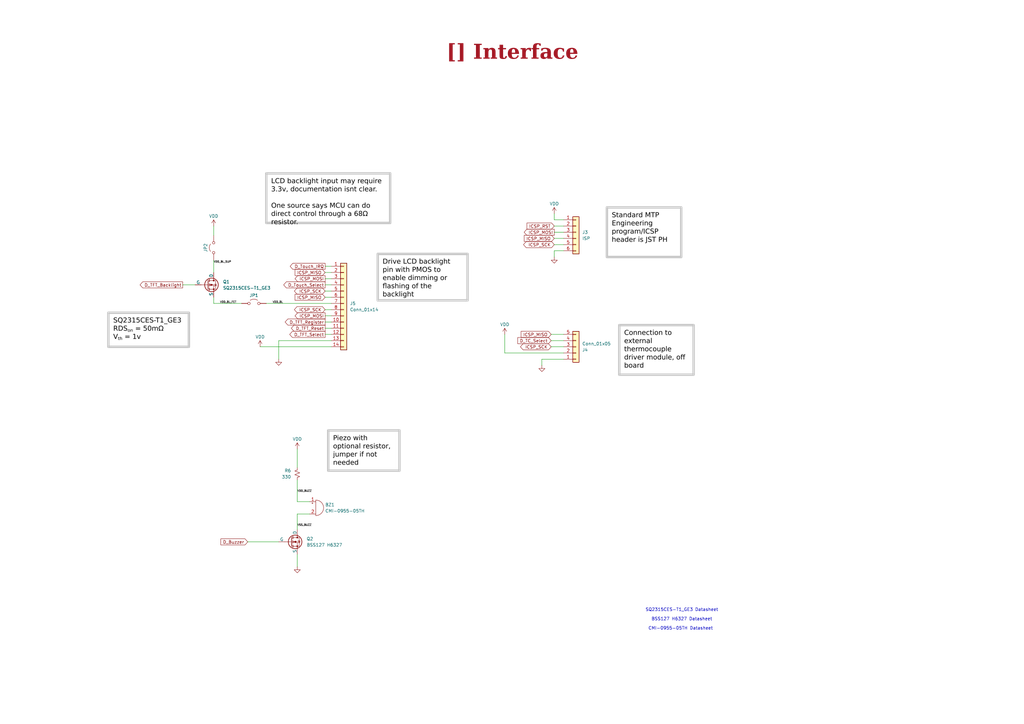
<source format=kicad_sch>
(kicad_sch (version 20250114) (generator "eeschema") (generator_version "9.0")
  (paper "A3")
  (title_block (title "Interface") (date "2025-08-28") (rev "${REVISION}") (company "${COMPANY}"))
  (lib_symbols
    (symbol "Connector_Generic:Conn_01x05" (pin_names (offset 1.016) (hide yes))
      (property "Reference" "J" (at 0 7.62 0))
      (property "Value" "Conn_01x05" (at 0 -7.62 0))
      (symbol "Conn_01x05_1_1"
        (rectangle (start -1.27 6.35) (end 1.27 -6.35) (stroke (width 0.254)) (fill (type background)))
        (rectangle (start -1.27 5.207) (end 0 4.953) (stroke (width 0.1524)))
        (rectangle (start -1.27 2.667) (end 0 2.413) (stroke (width 0.1524)))
        (rectangle (start -1.27 0.127) (end 0 -0.127) (stroke (width 0.1524)))
        (rectangle (start -1.27 -2.413) (end 0 -2.667) (stroke (width 0.1524)))
        (rectangle (start -1.27 -4.953) (end 0 -5.207) (stroke (width 0.1524)))
        (pin passive line (at -5.08 5.08 0) (length 3.81) (name "Pin_1") (number "1"))
        (pin passive line (at -5.08 2.54 0) (length 3.81) (name "Pin_2") (number "2"))
        (pin passive line (at -5.08 0 0) (length 3.81) (name "Pin_3") (number "3"))
        (pin passive line (at -5.08 -2.54 0) (length 3.81) (name "Pin_4") (number "4"))
        (pin passive line (at -5.08 -5.08 0) (length 3.81) (name "Pin_5") (number "5"))
      )
    )
    (symbol "Connector_Generic:Conn_01x06" (pin_names (offset 1.016) (hide yes))
      (property "Reference" "J" (at 0 7.62 0))
      (property "Value" "Conn_01x06" (at 0 -10.16 0))
      (symbol "Conn_01x06_1_1"
        (rectangle (start -1.27 6.35) (end 1.27 -8.89) (stroke (width 0.254)) (fill (type background)))
        (rectangle (start -1.27 5.207) (end 0 4.953) (stroke (width 0.1524)))
        (rectangle (start -1.27 2.667) (end 0 2.413) (stroke (width 0.1524)))
        (rectangle (start -1.27 0.127) (end 0 -0.127) (stroke (width 0.1524)))
        (rectangle (start -1.27 -2.413) (end 0 -2.667) (stroke (width 0.1524)))
        (rectangle (start -1.27 -4.953) (end 0 -5.207) (stroke (width 0.1524)))
        (rectangle (start -1.27 -7.493) (end 0 -7.747) (stroke (width 0.1524)))
        (pin passive line (at -5.08 5.08 0) (length 3.81) (name "Pin_1") (number "1"))
        (pin passive line (at -5.08 2.54 0) (length 3.81) (name "Pin_2") (number "2"))
        (pin passive line (at -5.08 0 0) (length 3.81) (name "Pin_3") (number "3"))
        (pin passive line (at -5.08 -2.54 0) (length 3.81) (name "Pin_4") (number "4"))
        (pin passive line (at -5.08 -5.08 0) (length 3.81) (name "Pin_5") (number "5"))
        (pin passive line (at -5.08 -7.62 0) (length 3.81) (name "Pin_6") (number "6"))
      )
    )
    (symbol "Connector_Generic:Conn_01x14" (pin_names (offset 1.016) (hide yes))
      (property "Reference" "J" (at 0 17.78 0))
      (property "Value" "Conn_01x14" (at 0 -20.32 0))
      (symbol "Conn_01x14_1_1"
        (rectangle (start -1.27 16.51) (end 1.27 -19.05) (stroke (width 0.254)) (fill (type background)))
        (rectangle (start -1.27 15.367) (end 0 15.113) (stroke (width 0.1524)))
        (rectangle (start -1.27 12.827) (end 0 12.573) (stroke (width 0.1524)))
        (rectangle (start -1.27 10.287) (end 0 10.033) (stroke (width 0.1524)))
        (rectangle (start -1.27 7.747) (end 0 7.493) (stroke (width 0.1524)))
        (rectangle (start -1.27 5.207) (end 0 4.953) (stroke (width 0.1524)))
        (rectangle (start -1.27 2.667) (end 0 2.413) (stroke (width 0.1524)))
        (rectangle (start -1.27 0.127) (end 0 -0.127) (stroke (width 0.1524)))
        (rectangle (start -1.27 -2.413) (end 0 -2.667) (stroke (width 0.1524)))
        (rectangle (start -1.27 -4.953) (end 0 -5.207) (stroke (width 0.1524)))
        (rectangle (start -1.27 -7.493) (end 0 -7.747) (stroke (width 0.1524)))
        (rectangle (start -1.27 -10.033) (end 0 -10.287) (stroke (width 0.1524)))
        (rectangle (start -1.27 -12.573) (end 0 -12.827) (stroke (width 0.1524)))
        (rectangle (start -1.27 -15.113) (end 0 -15.367) (stroke (width 0.1524)))
        (rectangle (start -1.27 -17.653) (end 0 -17.907) (stroke (width 0.1524)))
        (pin passive line (at -5.08 15.24 0) (length 3.81) (name "Pin_1") (number "1"))
        (pin passive line (at -5.08 12.7 0) (length 3.81) (name "Pin_2") (number "2"))
        (pin passive line (at -5.08 10.16 0) (length 3.81) (name "Pin_3") (number "3"))
        (pin passive line (at -5.08 7.62 0) (length 3.81) (name "Pin_4") (number "4"))
        (pin passive line (at -5.08 5.08 0) (length 3.81) (name "Pin_5") (number "5"))
        (pin passive line (at -5.08 2.54 0) (length 3.81) (name "Pin_6") (number "6"))
        (pin passive line (at -5.08 0 0) (length 3.81) (name "Pin_7") (number "7"))
        (pin passive line (at -5.08 -2.54 0) (length 3.81) (name "Pin_8") (number "8"))
        (pin passive line (at -5.08 -5.08 0) (length 3.81) (name "Pin_9") (number "9"))
        (pin passive line (at -5.08 -7.62 0) (length 3.81) (name "Pin_10") (number "10"))
        (pin passive line (at -5.08 -10.16 0) (length 3.81) (name "Pin_11") (number "11"))
        (pin passive line (at -5.08 -12.7 0) (length 3.81) (name "Pin_12") (number "12"))
        (pin passive line (at -5.08 -15.24 0) (length 3.81) (name "Pin_13") (number "13"))
        (pin passive line (at -5.08 -17.78 0) (length 3.81) (name "Pin_14") (number "14"))
      )
    )
    (symbol "Device:Buzzer" (pin_names (offset 0.0254) (hide yes))
      (property "Reference" "BZ" (at 3.81 1.27 0))
      (property "Value" "Buzzer" (at 3.81 -1.27 0))
      (symbol "Buzzer_0_1"
        (polyline (pts (xy -1.651 1.905) (xy -1.143 1.905)))
        (polyline (pts (xy -1.397 2.159) (xy -1.397 1.651)))
        (arc (start 0 3.175) (mid 3.1612 0) (end 0 -3.175))
        (polyline (pts (xy 0 3.175) (xy 0 -3.175)))
      )
      (symbol "Buzzer_1_1"
        (pin passive line (at -2.54 2.54 0) (length 2.54) (name "+") (number "1"))
        (pin passive line (at -2.54 -2.54 0) (length 2.54) (name "-") (number "2"))
      )
    )
    (symbol "Device:R_Small_US" (pin_numbers (hide yes)) (pin_names (offset 0.254) (hide yes))
      (property "Reference" "R" (at 0.762 0.508 0))
      (property "Value" "R_Small_US" (at 0.762 -1.016 0))
      (symbol "R_Small_US_1_1"
        (polyline (pts (xy 0 1.524) (xy 1.016 1.143) (xy 0 0.762) (xy -1.016 0.381) (xy 0 0)))
        (polyline (pts (xy 0 0) (xy 1.016 -0.381) (xy 0 -0.762) (xy -1.016 -1.143) (xy 0 -1.524)))
        (pin passive line (at 0 2.54 270) (length 1.016) (name "~") (number "1"))
        (pin passive line (at 0 -2.54 90) (length 1.016) (name "~") (number "2"))
      )
    )
    (symbol "Jumper:Jumper_2_Open" (pin_numbers (hide yes)) (pin_names (offset 0) (hide yes))
      (property "Reference" "JP" (at 0 2.794 0))
      (property "Value" "Jumper_2_Open" (at 0 -2.286 0))
      (symbol "Jumper_2_Open_0_0"
        (circle (center -2.032 0) (radius 0.508))
        (circle (center 2.032 0) (radius 0.508))
      )
      (symbol "Jumper_2_Open_0_1"
        (arc (start -1.524 1.27) (mid 0 1.778) (end 1.524 1.27))
      )
      (symbol "Jumper_2_Open_1_1"
        (pin passive line (at -5.08 0 0) (length 2.54) (name "A") (number "1"))
        (pin passive line (at 5.08 0 180) (length 2.54) (name "B") (number "2"))
      )
    )
    (symbol "Simulation_SPICE:NMOS" (pin_numbers (hide yes)) (pin_names (offset 0))
      (property "Reference" "Q" (at 5.08 1.27 0))
      (property "Value" "NMOS" (at 5.08 -1.27 0))
      (symbol "NMOS_0_1"
        (polyline (pts (xy 0.254 1.905) (xy 0.254 -1.905)) (stroke (width 0.254)))
        (polyline (pts (xy 0.254 0) (xy -2.54 0)))
        (polyline (pts (xy 0.762 2.286) (xy 0.762 1.27)) (stroke (width 0.254)))
        (polyline (pts (xy 0.762 0.508) (xy 0.762 -0.508)) (stroke (width 0.254)))
        (polyline (pts (xy 0.762 -1.27) (xy 0.762 -2.286)) (stroke (width 0.254)))
        (polyline (pts (xy 0.762 -1.778) (xy 3.302 -1.778) (xy 3.302 1.778) (xy 0.762 1.778)))
        (polyline (pts (xy 1.016 0) (xy 2.032 0.381) (xy 2.032 -0.381) (xy 1.016 0)) (fill (type outline)))
        (circle (center 1.651 0) (radius 2.794) (stroke (width 0.254)))
        (polyline (pts (xy 2.54 2.54) (xy 2.54 1.778)))
        (circle (center 2.54 1.778) (radius 0.254) (fill (type outline)))
        (circle (center 2.54 -1.778) (radius 0.254) (fill (type outline)))
        (polyline (pts (xy 2.54 -2.54) (xy 2.54 0) (xy 0.762 0)))
        (polyline (pts (xy 2.794 0.508) (xy 2.921 0.381) (xy 3.683 0.381) (xy 3.81 0.254)))
        (polyline (pts (xy 3.302 0.381) (xy 2.921 -0.254) (xy 3.683 -0.254) (xy 3.302 0.381)))
      )
      (symbol "NMOS_1_1"
        (pin input line (at -5.08 0 0) (length 2.54) (name "G") (number "2"))
        (pin passive line (at 2.54 5.08 270) (length 2.54) (name "D") (number "1"))
        (pin passive line (at 2.54 -5.08 90) (length 2.54) (name "S") (number "3"))
      )
    )
    (symbol "Simulation_SPICE:PMOS" (pin_numbers (hide yes)) (pin_names (offset 0))
      (property "Reference" "Q" (at 5.08 1.27 0))
      (property "Value" "PMOS" (at 5.08 -1.27 0))
      (symbol "PMOS_0_1"
        (polyline (pts (xy 0.254 1.905) (xy 0.254 -1.905)) (stroke (width 0.254)))
        (polyline (pts (xy 0.254 0) (xy -2.54 0)))
        (polyline (pts (xy 0.762 2.286) (xy 0.762 1.27)) (stroke (width 0.254)))
        (polyline (pts (xy 0.762 1.778) (xy 3.302 1.778) (xy 3.302 -1.778) (xy 0.762 -1.778)))
        (polyline (pts (xy 0.762 0.508) (xy 0.762 -0.508)) (stroke (width 0.254)))
        (polyline (pts (xy 0.762 -1.27) (xy 0.762 -2.286)) (stroke (width 0.254)))
        (circle (center 1.651 0) (radius 2.794) (stroke (width 0.254)))
        (polyline (pts (xy 2.286 0) (xy 1.27 0.381) (xy 1.27 -0.381) (xy 2.286 0)) (fill (type outline)))
        (polyline (pts (xy 2.54 2.54) (xy 2.54 1.778)))
        (circle (center 2.54 1.778) (radius 0.254) (fill (type outline)))
        (circle (center 2.54 -1.778) (radius 0.254) (fill (type outline)))
        (polyline (pts (xy 2.54 -2.54) (xy 2.54 0) (xy 0.762 0)))
        (polyline (pts (xy 2.794 -0.508) (xy 2.921 -0.381) (xy 3.683 -0.381) (xy 3.81 -0.254)))
        (polyline (pts (xy 3.302 -0.381) (xy 2.921 0.254) (xy 3.683 0.254) (xy 3.302 -0.381)))
      )
      (symbol "PMOS_1_1"
        (pin input line (at -5.08 0 0) (length 2.54) (name "G") (number "2"))
        (pin passive line (at 2.54 5.08 270) (length 2.54) (name "D") (number "1"))
        (pin passive line (at 2.54 -5.08 90) (length 2.54) (name "S") (number "3"))
      )
    )
    (symbol "power:GND" (power) (pin_numbers (hide yes)) (pin_names (offset 0) (hide yes))
      (property "Value" "GND" (at 0 -3.81 0))
      (symbol "GND_0_1"
        (polyline (pts (xy 0 0) (xy 0 -1.27) (xy 1.27 -1.27) (xy 0 -2.54) (xy -1.27 -1.27) (xy 0 -1.27)))
      )
      (symbol "GND_1_1"
        (pin power_in line (at 0 0 270) (length 0) (name "~") (number "1"))
      )
    )
    (symbol "power:VDD" (power) (pin_numbers (hide yes)) (pin_names (offset 0) (hide yes))
      (property "Value" "VDD" (at 0 3.556 0))
      (symbol "VDD_0_1"
        (polyline (pts (xy -0.762 1.27) (xy 0 2.54)))
        (polyline (pts (xy 0 2.54) (xy 0.762 1.27)))
        (polyline (pts (xy 0 0) (xy 0 2.54)))
      )
      (symbol "VDD_1_1"
        (pin power_in line (at 0 0 90) (length 0) (name "~") (number "1"))
      )
    )
  )
  (text "CMI-0955-05TH Datasheet" (at 279.146 257.81 0) (effects (font (size 1.27 1.27))))
  (text "SQ2315CES-T1_GE3 Datasheet" (at 279.654 250.19 0) (effects (font (size 1.27 1.27))))
  (text "BSS127 H6327 Datasheet" (at 279.654 254 0) (effects (font (size 1.27 1.27))))
  (text_box "SQ2315CES-T1_GE3\nRDS_{on} = 50mΩ\nV_{th} = 1v\n" (at 44.45 128.27 0) (size 33.02 13.97) (margins 2 2 2 2) (stroke (width 1) (color 200 200 200 1)) (effects (font (size 2 2)) (justify left top)))
  (text_box "Drive LCD backlight pin with PMOS to enable dimming or flashing of the backlight" (at 154.94 104.14 0) (size 36.83 19.05) (margins 2 2 2 2) (stroke (width 1) (color 200 200 200 1)) (effects (font (size 2 2)) (justify left top)))
  (text_box "LCD backlight input may require 3.3v, documentation isnt clear.\n\nOne source says MCU can do direct control through a 68Ω resistor." (at 109.22 71.12 0) (size 50.8 20.32) (margins 2 2 2 2) (stroke (width 1) (color 200 200 200 1)) (effects (font (size 2 2)) (justify left top)))
  (text_box "[${#}] ${TITLE}" (at 10.16 15.24 0) (size 400.05 12.7) (margins 5.9999 5.9999 5.9999 5.9999) (stroke (width -0.0001)) (effects (font (size 6 6) (thickness 1.2) (bold yes))))
  (text_box "Standard MTP Engineering program/ICSP header is JST PH" (at 248.92 85.09 0) (size 30.48 20.32) (margins 2 2 2 2) (stroke (width 1) (color 200 200 200 1)) (effects (font (size 2 2)) (justify left top)))
  (text_box "Piezo with optional resistor, jumper if not needed" (at 134.62 176.53 0) (size 29.21 16.51) (margins 2 2 2 2) (stroke (width 1) (color 200 200 200 1)) (effects (font (size 2 2)) (justify left top)))
  (text_box "Connection to external thermocouple driver module, off board" (at 254 133.35 0) (size 30.48 20.32) (margins 2 2 2 2) (stroke (width 1) (color 200 200 200 1)) (effects (font (size 2 2)) (justify left top)))
  (wire (pts (xy 109.22 124.46) (xy 135.89 124.46)))
  (wire (pts (xy 135.89 121.92) (xy 133.35 121.92)))
  (wire (pts (xy 231.14 147.32) (xy 222.25 147.32)))
  (wire (pts (xy 227.33 102.87) (xy 227.33 105.41)))
  (wire (pts (xy 135.89 116.84) (xy 133.35 116.84)))
  (wire (pts (xy 121.92 184.15) (xy 121.92 191.77)))
  (wire (pts (xy 87.63 92.71) (xy 87.63 96.52)))
  (wire (pts (xy 135.89 119.38) (xy 133.35 119.38)))
  (wire (pts (xy 227.33 90.17) (xy 231.14 90.17)))
  (wire (pts (xy 227.33 87.63) (xy 227.33 90.17)))
  (wire (pts (xy 231.14 142.24) (xy 226.06 142.24)))
  (wire (pts (xy 207.01 144.78) (xy 231.14 144.78)))
  (wire (pts (xy 114.3 139.7) (xy 114.3 147.32)))
  (wire (pts (xy 227.33 100.33) (xy 231.14 100.33)))
  (wire (pts (xy 135.89 111.76) (xy 133.35 111.76)))
  (wire (pts (xy 121.92 217.17) (xy 121.92 210.82)))
  (wire (pts (xy 227.33 95.25) (xy 231.14 95.25)))
  (wire (pts (xy 135.89 114.3) (xy 133.35 114.3)))
  (wire (pts (xy 135.89 129.54) (xy 133.35 129.54)))
  (wire (pts (xy 121.92 196.85) (xy 121.92 205.74)))
  (wire (pts (xy 106.68 142.24) (xy 135.89 142.24)))
  (wire (pts (xy 135.89 134.62) (xy 133.35 134.62)))
  (wire (pts (xy 74.93 116.84) (xy 80.01 116.84)))
  (wire (pts (xy 222.25 147.32) (xy 222.25 149.86)))
  (wire (pts (xy 87.63 124.46) (xy 99.06 124.46)))
  (wire (pts (xy 227.33 92.71) (xy 231.14 92.71)))
  (wire (pts (xy 135.89 137.16) (xy 133.35 137.16)))
  (wire (pts (xy 135.89 109.22) (xy 133.35 109.22)))
  (wire (pts (xy 121.92 205.74) (xy 127 205.74)))
  (wire (pts (xy 121.92 227.33) (xy 121.92 232.41)))
  (wire (pts (xy 227.33 97.79) (xy 231.14 97.79)))
  (wire (pts (xy 231.14 102.87) (xy 227.33 102.87)))
  (wire (pts (xy 101.6 222.25) (xy 114.3 222.25)))
  (wire (pts (xy 87.63 106.68) (xy 87.63 111.76)))
  (wire (pts (xy 231.14 139.7) (xy 226.06 139.7)))
  (wire (pts (xy 135.89 132.08) (xy 133.35 132.08)))
  (wire (pts (xy 135.89 139.7) (xy 114.3 139.7)))
  (wire (pts (xy 87.63 121.92) (xy 87.63 124.46)))
  (wire (pts (xy 207.01 137.16) (xy 207.01 144.78)))
  (wire (pts (xy 231.14 137.16) (xy 226.06 137.16)))
  (wire (pts (xy 121.92 210.82) (xy 127 210.82)))
  (wire (pts (xy 135.89 127) (xy 133.35 127)))
  (label "VDD_BL" (at 111.76 124.46 0) (effects (font (size 0.762 0.762))))
  (label "VDD_BL_SUP" (at 87.63 107.95 0) (effects (font (size 0.762 0.762))))
  (label "VDD_BL_FET" (at 90.17 124.46 0) (effects (font (size 0.762 0.762))))
  (label "VSS_BUZZ" (at 121.92 215.9 0) (effects (font (size 0.762 0.762))))
  (label "VDD_BUZZ" (at 121.92 201.93 0) (effects (font (size 0.762 0.762))))
  (global_label "ICSP_MISO" (shape input) (at 133.35 121.92 180) (property "Intersheetrefs" "${INTERSHEET_REFS}" (effects (hide yes))))
  (global_label "ICSP_MOSI" (shape output) (at 133.35 129.54 180) (property "Intersheetrefs" "${INTERSHEET_REFS}" (effects (hide yes))))
  (global_label "ICSP_MOSI" (shape output) (at 227.33 95.25 180) (property "Intersheetrefs" "${INTERSHEET_REFS}" (effects (hide yes))))
  (global_label "ICSP_SCK" (shape bidirectional) (at 226.06 142.24 180) (property "Intersheetrefs" "${INTERSHEET_REFS}" (effects (hide yes))))
  (global_label "D_TC_Select" (shape input) (at 226.06 139.7 180) (property "Intersheetrefs" "${INTERSHEET_REFS}" (effects (hide yes))))
  (global_label "ICSP_RST" (shape input) (at 227.33 92.71 180) (property "Intersheetrefs" "${INTERSHEET_REFS}" (effects (hide yes))))
  (global_label "ICSP_SCK" (shape bidirectional) (at 227.33 100.33 180) (property "Intersheetrefs" "${INTERSHEET_REFS}" (effects (hide yes))))
  (global_label "D_Touch_Select" (shape output) (at 133.35 116.84 180) (property "Intersheetrefs" "${INTERSHEET_REFS}" (effects (hide yes))))
  (global_label "D_TFT_Backlight" (shape output) (at 74.93 116.84 180) (property "Intersheetrefs" "${INTERSHEET_REFS}" (effects (hide yes))))
  (global_label "D_Touch_IRQ" (shape output) (at 133.35 109.22 180) (property "Intersheetrefs" "${INTERSHEET_REFS}" (effects (hide yes))))
  (global_label "ICSP_MISO" (shape input) (at 133.35 111.76 180) (property "Intersheetrefs" "${INTERSHEET_REFS}" (effects (hide yes))))
  (global_label "D_TFT_Register" (shape output) (at 133.35 132.08 180) (property "Intersheetrefs" "${INTERSHEET_REFS}" (effects (hide yes))))
  (global_label "ICSP_SCK" (shape bidirectional) (at 133.35 127 180) (property "Intersheetrefs" "${INTERSHEET_REFS}" (effects (hide yes))))
  (global_label "D_Buzzer" (shape input) (at 101.6 222.25 180) (property "Intersheetrefs" "${INTERSHEET_REFS}" (effects (hide yes))))
  (global_label "ICSP_MISO" (shape input) (at 226.06 137.16 180) (property "Intersheetrefs" "${INTERSHEET_REFS}" (effects (hide yes))))
  (global_label "ICSP_MISO" (shape input) (at 227.33 97.79 180) (property "Intersheetrefs" "${INTERSHEET_REFS}" (effects (hide yes))))
  (global_label "ICSP_SCK" (shape bidirectional) (at 133.35 119.38 180) (property "Intersheetrefs" "${INTERSHEET_REFS}" (effects (hide yes))))
  (global_label "D_TFT_Reset" (shape output) (at 133.35 134.62 180) (property "Intersheetrefs" "${INTERSHEET_REFS}" (effects (hide yes))))
  (global_label "ICSP_MOSI" (shape output) (at 133.35 114.3 180) (property "Intersheetrefs" "${INTERSHEET_REFS}" (effects (hide yes))))
  (global_label "D_TFT_Select" (shape output) (at 133.35 137.16 180) (property "Intersheetrefs" "${INTERSHEET_REFS}" (effects (hide yes))))
  (symbol (lib_id "power:GND") (at 114.3 147.32 0) (unit 1)
    (property "Reference" "#PWR021" (effects (hide yes)))
    (property "Value" "GND" (effects (hide yes)))
    (property "Description" "Power symbol creates a global label with name \"GND\" , ground" (effects (hide yes)))
  )
  (symbol (lib_id "Connector_Generic:Conn_01x14") (at 140.97 124.46 0) (unit 1)
    (property "Reference" "J5" (at 143.51 124.4599 0) (effects (justify left)))
    (property "Value" "Conn_01x14" (at 143.51 126.9999 0) (effects (justify left)))
    (property "Footprint" "Connector_PinSocket_2.54mm:PinSocket_1x14_P2.54mm_Vertical" (effects (hide yes)))
    (property "Description" "Generic connector, single row, 01x14, script generated (kicad-library-utils/schlib/autogen/connector/)" (effects (hide yes)))
  )
  (symbol (lib_id "Connector_Generic:Conn_01x06") (at 236.22 95.25 0) (unit 1)
    (property "Reference" "J3" (at 238.76 95.25 0) (effects (justify left)))
    (property "Value" "ISP" (at 238.76 97.79 0) (effects (justify left)))
    (property "Footprint" "Connector_JST:JST_PH_B6B-PH-K_1x06_P2.00mm_Vertical" (effects (hide yes)))
    (property "Description" "Generic connector, single row, 01x06, script generated (kicad-library-utils/schlib/autogen/connector/)" (effects (hide yes)))
  )
  (symbol (lib_id "Simulation_SPICE:PMOS") (at 85.09 116.84 0) (unit 1)
    (property "Reference" "Q1" (at 91.44 115.5699 0) (effects (justify left)))
    (property "Value" "SQ2315CES-T1_GE3" (at 91.44 118.1099 0) (effects (justify left)))
    (property "Footprint" "Package_TO_SOT_SMD:SOT-23_Handsoldering" (effects (hide yes)))
    (property "Datasheet" "https://ngspice.sourceforge.io/docs/ngspice-html-manual/manual.xhtml#cha_MOSFETs" (effects (hide yes)))
    (property "Description" "P-MOSFET transistor, drain/source/gate" (effects (hide yes)))
    (property "Sim.Device" "PMOS" (effects (hide yes)))
    (property "Sim.Type" "VDMOS" (effects (hide yes)))
    (property "Sim.Pins" "1=D 2=G 3=S" (effects (hide yes)))
  )
  (symbol (lib_id "power:VDD") (at 227.33 87.63 0) (unit 1)
    (property "Reference" "#PWR013" (effects (hide yes)))
    (property "Value" "VDD" (at 227.33 83.566 0))
    (property "Description" "Power symbol creates a global label with name \"VDD\"" (effects (hide yes)))
  )
  (symbol (lib_id "power:VDD") (at 121.92 184.15 0) (unit 1)
    (property "Reference" "#PWR025" (effects (hide yes)))
    (property "Value" "VDD" (at 121.92 180.086 0))
    (property "Description" "Power symbol creates a global label with name \"VDD\"" (effects (hide yes)))
  )
  (symbol (lib_id "Simulation_SPICE:NMOS") (at 119.38 222.25 0) (unit 1)
    (property "Reference" "Q2" (at 125.73 220.9799 0) (effects (justify left)))
    (property "Value" "BSS127 H6327" (at 125.73 223.5199 0) (effects (justify left)))
    (property "Footprint" "Package_TO_SOT_SMD:SOT-23_Handsoldering" (effects (hide yes)))
    (property "Datasheet" "https://ngspice.sourceforge.io/docs/ngspice-html-manual/manual.xhtml#cha_MOSFETs" (effects (hide yes)))
    (property "Description" "N-MOSFET transistor, drain/source/gate" (effects (hide yes)))
    (property "Sim.Device" "NMOS" (effects (hide yes)))
    (property "Sim.Type" "VDMOS" (effects (hide yes)))
    (property "Sim.Pins" "1=D 2=G 3=S" (effects (hide yes)))
  )
  (symbol (lib_id "power:GND") (at 121.92 232.41 0) (unit 1)
    (property "Reference" "#PWR024" (effects (hide yes)))
    (property "Value" "GND" (effects (hide yes)))
    (property "Description" "Power symbol creates a global label with name \"GND\" , ground" (effects (hide yes)))
  )
  (symbol (lib_id "power:VDD") (at 106.68 142.24 0) (unit 1)
    (property "Reference" "#PWR020" (effects (hide yes)))
    (property "Value" "VDD" (at 106.68 138.176 0))
    (property "Description" "Power symbol creates a global label with name \"VDD\"" (effects (hide yes)))
  )
  (symbol (lib_id "power:VDD") (at 207.01 137.16 0) (unit 1)
    (property "Reference" "#PWR017" (effects (hide yes)))
    (property "Value" "VDD" (at 207.01 133.096 0))
    (property "Description" "Power symbol creates a global label with name \"VDD\"" (effects (hide yes)))
  )
  (symbol (lib_id "Jumper:Jumper_2_Open") (at 104.14 124.46 0) (unit 1)
    (property "Reference" "JP1" (at 104.14 121.158 0))
    (property "Value" "Jumper_2_Open" (effects (hide yes)))
    (property "Footprint" "Jumper:SolderJumper-2_P1.3mm_Open_RoundedPad1.0x1.5mm" (effects (hide yes)))
    (property "Description" "Jumper, 2-pole, open" (effects (hide yes)))
  )
  (symbol (lib_id "power:GND") (at 227.33 105.41 0) (unit 1)
    (property "Reference" "#PWR014" (effects (hide yes)))
    (property "Value" "GND" (effects (hide yes)))
    (property "Description" "Power symbol creates a global label with name \"GND\" , ground" (effects (hide yes)))
  )
  (symbol (lib_id "power:VDD") (at 87.63 92.71 0) (unit 1)
    (property "Reference" "#PWR023" (effects (hide yes)))
    (property "Value" "VDD" (at 87.63 88.646 0))
    (property "Description" "Power symbol creates a global label with name \"VDD\"" (effects (hide yes)))
  )
  (symbol (lib_id "Device:R_Small_US") (at 121.92 194.31 0) (mirror x) (unit 1)
    (property "Reference" "R6" (at 119.38 193.0399 0) (effects (justify right)))
    (property "Value" "330" (at 119.38 195.5799 0) (effects (justify right)))
    (property "Footprint" "Resistor_SMD:R_0402_1005Metric" (effects (hide yes)))
    (property "Description" "Resistor, small US symbol" (effects (hide yes)))
  )
  (symbol (lib_id "Device:Buzzer") (at 129.54 208.28 0) (unit 1)
    (property "Reference" "BZ1" (at 133.35 207.0099 0) (effects (justify left)))
    (property "Value" "CMI-0955-05TH" (at 133.35 209.5499 0) (effects (justify left)))
    (property "Footprint" "Buzzer_Beeper:MagneticBuzzer_PUI_AT-0927-TT-6-R" (effects (hide yes)))
    (property "Description" "Buzzer, polarized" (effects (hide yes)))
  )
  (symbol (lib_id "Connector_Generic:Conn_01x05") (at 236.22 142.24 0) (mirror x) (unit 1)
    (property "Reference" "J4" (at 238.76 143.5101 0) (effects (justify left)))
    (property "Value" "Conn_01x05" (at 238.76 140.9701 0) (effects (justify left)))
    (property "Footprint" "Connector_JST:JST_XH_B5B-XH-A_1x05_P2.50mm_Vertical" (effects (hide yes)))
    (property "Description" "Generic connector, single row, 01x05, script generated (kicad-library-utils/schlib/autogen/connector/)" (effects (hide yes)))
  )
  (symbol (lib_id "Jumper:Jumper_2_Open") (at 87.63 101.6 90) (unit 1)
    (property "Reference" "JP2" (at 84.328 101.6 0))
    (property "Value" "Jumper_2_Open" (effects (hide yes)))
    (property "Footprint" "Jumper:SolderJumper-2_P1.3mm_Open_RoundedPad1.0x1.5mm" (effects (hide yes)))
    (property "Description" "Jumper, 2-pole, open" (effects (hide yes)))
  )
  (symbol (lib_id "power:GND") (at 222.25 149.86 0) (unit 1)
    (property "Reference" "#PWR015" (effects (hide yes)))
    (property "Value" "GND" (effects (hide yes)))
    (property "Description" "Power symbol creates a global label with name \"GND\" , ground" (effects (hide yes)))
  )
)
</source>
